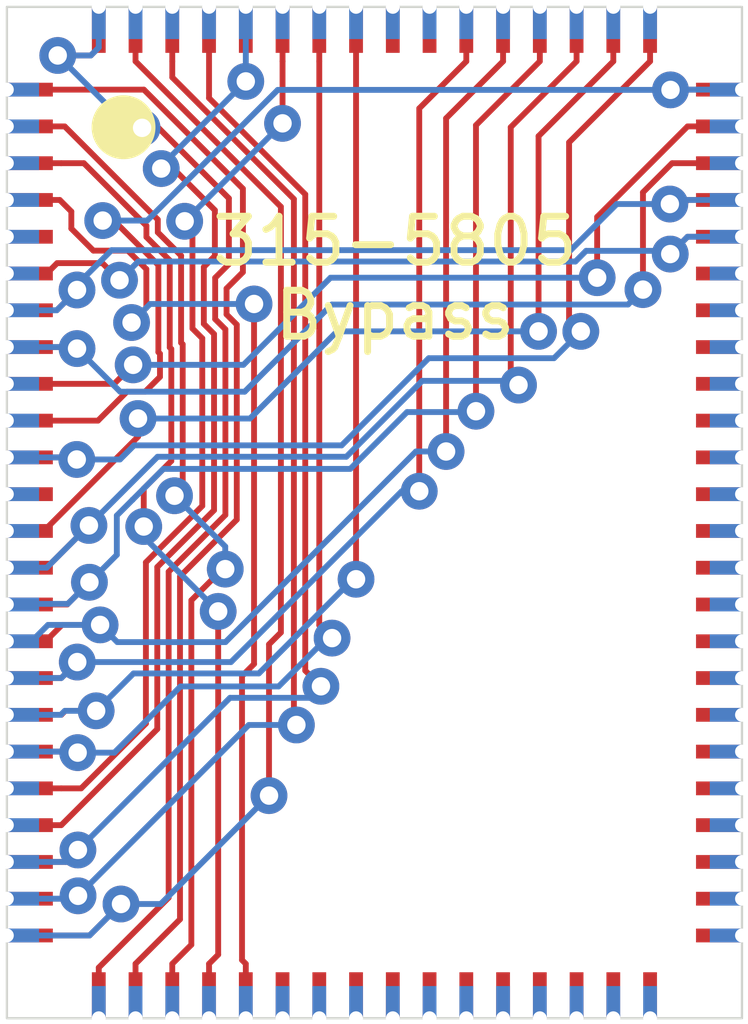
<source format=kicad_pcb>
(kicad_pcb (version 20241229) (generator "pcbnew") (generator_version "9.0")
  (layers (0 "F.Cu" signal) (2 "B.Cu" signal) (13 "F.Paste" user) (15 "B.Paste" user) (5 "F.SilkS" user "F.Silkscreen") (7 "B.SilkS" user "B.Silkscreen") (1 "F.Mask" user) (3 "B.Mask" user) (25 "Edge.Cuts" user))
  (net 0 "")
  (net 1 "VA4")
  (net 2 "VA3")
  (net 3 "VA2")
  (net 4 "VA1")
  (net 6 "VA23")
  (net 7 "VA22")
  (net 8 "VA21")
  (net 9 "VA20")
  (net 10 "VA19")
  (net 11 "VA18")
  (net 13 "VA17")
  (net 14 "VA16")
  (net 15 "VA15")
  (net 16 "VA14")
  (net 17 "VA13")
  (net 18 "VA12")
  (net 19 "VA11")
  (net 20 "VA10")
  (net 21 "VA9")
  (net 22 "VA8")
  (net 23 "VA7")
  (net 24 "VA6")
  (net 25 "VA5")
  (footprint "32XLib:315-5805" (layer "F.Cu") (at 105.0728 73.7056)
    (property "Reference" "IC1" (hide yes))
    (property "Value" "315-5805" (hide yes))
    (fp_circle (center -5.461 -8.382) (end -4.826 -8.382) (stroke (width 0.12)) (fill yes) (layer "F.SilkS"))
    (fp_rect (start -8 -11) (end 8 11) (stroke (width 0.05)) (fill no) (layer "Edge.Cuts"))
    (pad "1" thru_hole rect (at -8 -9.2 180) (size 1 0.3) (drill 0.3 (offset -0.5 0)) (property pad_prop_castellated) (layers "*.Cu" "*.Mask") (net 1 "VA4") (padstack (mode custom) (layer "B.Cu" (shape rect) (size 0.7 0.3) (offset -0.35 0))))
    (pad "2" thru_hole rect (at -8 -8.4 180) (size 1 0.3) (drill 0.3 (offset -0.5 0)) (property pad_prop_castellated) (layers "*.Cu" "*.Mask") (net 2 "VA3") (padstack (mode custom) (layer "B.Cu" (shape rect) (size 0.7 0.3) (offset -0.35 0))))
    (pad "3" thru_hole rect (at -8 -7.6 180) (size 1 0.3) (drill 0.3 (offset -0.5 0)) (property pad_prop_castellated) (layers "*.Cu" "*.Mask") (net 3 "VA2") (padstack (mode custom) (layer "B.Cu" (shape rect) (size 0.7 0.3) (offset -0.35 0))))
    (pad "4" thru_hole rect (at -8 -6.8 180) (size 1 0.3) (drill 0.3 (offset -0.5 0)) (property pad_prop_castellated) (layers "*.Cu" "*.Mask") (net 4 "VA1") (padstack (mode custom) (layer "B.Cu" (shape rect) (size 0.7 0.3) (offset -0.35 0))))
    (pad "5" thru_hole rect (at -8 -6 180) (size 1 0.3) (drill 0.3 (offset -0.5 0)) (property pad_prop_castellated) (layers "*.Cu" "*.Mask") (padstack (mode custom) (layer "B.Cu" (shape rect) (size 0.7 0.3) (offset -0.35 0))))
    (pad "6" thru_hole rect (at -8 -5.2 180) (size 1 0.3) (drill 0.3 (offset -0.5 0)) (property pad_prop_castellated) (layers "*.Cu" "*.Mask") (net 6 "VA23") (padstack (mode custom) (layer "B.Cu" (shape rect) (size 0.7 0.3) (offset -0.35 0))))
    (pad "7" thru_hole rect (at -8 -4.4 180) (size 1 0.3) (drill 0.3 (offset -0.5 0)) (property pad_prop_castellated) (layers "*.Cu" "*.Mask") (net 7 "VA22") (padstack (mode custom) (layer "B.Cu" (shape rect) (size 0.7 0.3) (offset -0.35 0))))
    (pad "8" thru_hole rect (at -8 -3.6 180) (size 1 0.3) (drill 0.3 (offset -0.5 0)) (property pad_prop_castellated) (layers "*.Cu" "*.Mask") (net 8 "VA21") (padstack (mode custom) (layer "B.Cu" (shape rect) (size 0.7 0.3) (offset -0.35 0))))
    (pad "9" thru_hole rect (at -8 -2.8 180) (size 1 0.3) (drill 0.3 (offset -0.5 0)) (property pad_prop_castellated) (layers "*.Cu" "*.Mask") (net 9 "VA20") (padstack (mode custom) (layer "B.Cu" (shape rect) (size 0.7 0.3) (offset -0.35 0))))
    (pad "10" thru_hole rect (at -8 -2 180) (size 1 0.3) (drill 0.3 (offset -0.5 0)) (property pad_prop_castellated) (layers "*.Cu" "*.Mask") (net 10 "VA19") (padstack (mode custom) (layer "B.Cu" (shape rect) (size 0.7 0.3) (offset -0.35 0))))
    (pad "11" thru_hole rect (at -8 -1.2 180) (size 1 0.3) (drill 0.3 (offset -0.5 0)) (property pad_prop_castellated) (layers "*.Cu" "*.Mask") (net 11 "VA18") (padstack (mode custom) (layer "B.Cu" (shape rect) (size 0.7 0.3) (offset -0.35 0))))
    (pad "12" thru_hole rect (at -8 -0.4 180) (size 1 0.3) (drill 0.3 (offset -0.5 0)) (property pad_prop_castellated) (layers "*.Cu" "*.Mask") (padstack (mode custom) (layer "B.Cu" (shape rect) (size 0.7 0.3) (offset -0.35 0))))
    (pad "13" thru_hole rect (at -8 0.4 180) (size 1 0.3) (drill 0.3 (offset -0.5 0)) (property pad_prop_castellated) (layers "*.Cu" "*.Mask") (net 13 "VA17") (padstack (mode custom) (layer "B.Cu" (shape rect) (size 0.7 0.3) (offset -0.35 0))))
    (pad "14" thru_hole rect (at -8 1.2 180) (size 1 0.3) (drill 0.3 (offset -0.5 0)) (property pad_prop_castellated) (layers "*.Cu" "*.Mask") (net 14 "VA16") (padstack (mode custom) (layer "B.Cu" (shape rect) (size 0.7 0.3) (offset -0.35 0))))
    (pad "15" thru_hole rect (at -8 2 180) (size 1 0.3) (drill 0.3 (offset -0.5 0)) (property pad_prop_castellated) (layers "*.Cu" "*.Mask") (net 15 "VA15") (padstack (mode custom) (layer "B.Cu" (shape rect) (size 0.7 0.3) (offset -0.35 0))))
    (pad "16" thru_hole rect (at -8 2.8 180) (size 1 0.3) (drill 0.3 (offset -0.5 0)) (property pad_prop_castellated) (layers "*.Cu" "*.Mask") (net 16 "VA14") (padstack (mode custom) (layer "B.Cu" (shape rect) (size 0.7 0.3) (offset -0.35 0))))
    (pad "17" thru_hole rect (at -8 3.6 180) (size 1 0.3) (drill 0.3 (offset -0.5 0)) (property pad_prop_castellated) (layers "*.Cu" "*.Mask") (net 17 "VA13") (padstack (mode custom) (layer "B.Cu" (shape rect) (size 0.7 0.3) (offset -0.35 0))))
    (pad "18" thru_hole rect (at -8 4.4 180) (size 1 0.3) (drill 0.3 (offset -0.5 0)) (property pad_prop_castellated) (layers "*.Cu" "*.Mask") (net 18 "VA12") (padstack (mode custom) (layer "B.Cu" (shape rect) (size 0.7 0.3) (offset -0.35 0))))
    (pad "19" thru_hole rect (at -8 5.2 180) (size 1 0.3) (drill 0.3 (offset -0.5 0)) (property pad_prop_castellated) (layers "*.Cu" "*.Mask") (net 19 "VA11") (padstack (mode custom) (layer "B.Cu" (shape rect) (size 0.7 0.3) (offset -0.35 0))))
    (pad "20" thru_hole rect (at -8 6 180) (size 1 0.3) (drill 0.3 (offset -0.5 0)) (property pad_prop_castellated) (layers "*.Cu" "*.Mask") (net 20 "VA10") (padstack (mode custom) (layer "B.Cu" (shape rect) (size 0.7 0.3) (offset -0.35 0))))
    (pad "21" thru_hole rect (at -8 6.8 180) (size 1 0.3) (drill 0.3 (offset -0.5 0)) (property pad_prop_castellated) (layers "*.Cu" "*.Mask") (net 21 "VA9") (padstack (mode custom) (layer "B.Cu" (shape rect) (size 0.7 0.3) (offset -0.35 0))))
    (pad "22" thru_hole rect (at -8 7.6 180) (size 1 0.3) (drill 0.3 (offset -0.5 0)) (property pad_prop_castellated) (layers "*.Cu" "*.Mask") (net 22 "VA8") (padstack (mode custom) (layer "B.Cu" (shape rect) (size 0.7 0.3) (offset -0.35 0))))
    (pad "23" thru_hole rect (at -8 8.4 180) (size 1 0.3) (drill 0.3 (offset -0.5 0)) (property pad_prop_castellated) (layers "*.Cu" "*.Mask") (net 23 "VA7") (padstack (mode custom) (layer "B.Cu" (shape rect) (size 0.7 0.3) (offset -0.35 0))))
    (pad "24" thru_hole rect (at -8 9.2 180) (size 1 0.3) (drill 0.3 (offset -0.5 0)) (property pad_prop_castellated) (layers "*.Cu" "*.Mask") (net 24 "VA6") (padstack (mode custom) (layer "B.Cu" (shape rect) (size 0.7 0.3) (offset -0.35 0))))
    (pad "25" thru_hole rect (at -6 11 270) (size 1 0.3) (drill 0.3 (offset -0.5 0)) (property pad_prop_castellated) (layers "*.Cu" "*.Mask") (net 25 "VA5") (padstack (mode custom) (layer "B.Cu" (shape rect) (size 0.7 0.3) (offset -0.35 0))))
    (pad "26" thru_hole rect (at -5.2 11 270) (size 1 0.3) (drill 0.3 (offset -0.5 0)) (property pad_prop_castellated) (layers "*.Cu" "*.Mask") (net 1 "VA4") (padstack (mode custom) (layer "B.Cu" (shape rect) (size 0.7 0.3) (offset -0.35 0))))
    (pad "27" thru_hole rect (at -4.4 11 270) (size 1 0.3) (drill 0.3 (offset -0.5 0)) (property pad_prop_castellated) (layers "*.Cu" "*.Mask") (net 2 "VA3") (padstack (mode custom) (layer "B.Cu" (shape rect) (size 0.7 0.3) (offset -0.35 0))))
    (pad "28" thru_hole rect (at -3.6 11 270) (size 1 0.3) (drill 0.3 (offset -0.5 0)) (property pad_prop_castellated) (layers "*.Cu" "*.Mask") (net 3 "VA2") (padstack (mode custom) (layer "B.Cu" (shape rect) (size 0.7 0.3) (offset -0.35 0))))
    (pad "29" thru_hole rect (at -2.8 11 270) (size 1 0.3) (drill 0.3 (offset -0.5 0)) (property pad_prop_castellated) (layers "*.Cu" "*.Mask") (net 4 "VA1") (padstack (mode custom) (layer "B.Cu" (shape rect) (size 0.7 0.3) (offset -0.35 0))))
    (pad "30" thru_hole rect (at -2 11 270) (size 1 0.3) (drill 0.3 (offset -0.5 0)) (property pad_prop_castellated) (layers "*.Cu" "*.Mask") (padstack (mode custom) (layer "B.Cu" (shape rect) (size 0.7 0.3) (offset -0.35 0))))
    (pad "31" thru_hole rect (at -1.2 11 270) (size 1 0.3) (drill 0.3 (offset -0.5 0)) (property pad_prop_castellated) (layers "*.Cu" "*.Mask") (padstack (mode custom) (layer "B.Cu" (shape rect) (size 0.7 0.3) (offset -0.35 0))))
    (pad "32" thru_hole rect (at -0.4 11 270) (size 1 0.3) (drill 0.3 (offset -0.5 0)) (property pad_prop_castellated) (layers "*.Cu" "*.Mask") (padstack (mode custom) (layer "B.Cu" (shape rect) (size 0.7 0.3) (offset -0.35 0))))
    (pad "33" thru_hole rect (at 0.4 11 270) (size 1 0.3) (drill 0.3 (offset -0.5 0)) (property pad_prop_castellated) (layers "*.Cu" "*.Mask") (padstack (mode custom) (layer "B.Cu" (shape rect) (size 0.7 0.3) (offset -0.35 0))))
    (pad "34" thru_hole rect (at 1.2 11 270) (size 1 0.3) (drill 0.3 (offset -0.5 0)) (property pad_prop_castellated) (layers "*.Cu" "*.Mask") (padstack (mode custom) (layer "B.Cu" (shape rect) (size 0.7 0.3) (offset -0.35 0))))
    (pad "35" thru_hole rect (at 2 11 270) (size 1 0.3) (drill 0.3 (offset -0.5 0)) (property pad_prop_castellated) (layers "*.Cu" "*.Mask") (padstack (mode custom) (layer "B.Cu" (shape rect) (size 0.7 0.3) (offset -0.35 0))))
    (pad "36" thru_hole rect (at 2.8 11 270) (size 1 0.3) (drill 0.3 (offset -0.5 0)) (property pad_prop_castellated) (layers "*.Cu" "*.Mask") (padstack (mode custom) (layer "B.Cu" (shape rect) (size 0.7 0.3) (offset -0.35 0))))
    (pad "37" thru_hole rect (at 3.6 11 270) (size 1 0.3) (drill 0.3 (offset -0.5 0)) (property pad_prop_castellated) (layers "*.Cu" "*.Mask") (padstack (mode custom) (layer "B.Cu" (shape rect) (size 0.7 0.3) (offset -0.35 0))))
    (pad "38" thru_hole rect (at 4.4 11 270) (size 1 0.3) (drill 0.3 (offset -0.5 0)) (property pad_prop_castellated) (layers "*.Cu" "*.Mask") (padstack (mode custom) (layer "B.Cu" (shape rect) (size 0.7 0.3) (offset -0.35 0))))
    (pad "39" thru_hole rect (at 5.2 11 270) (size 1 0.3) (drill 0.3 (offset -0.5 0)) (property pad_prop_castellated) (layers "*.Cu" "*.Mask") (padstack (mode custom) (layer "B.Cu" (shape rect) (size 0.7 0.3) (offset -0.35 0))))
    (pad "40" thru_hole rect (at 6 11 270) (size 1 0.3) (drill 0.3 (offset -0.5 0)) (property pad_prop_castellated) (layers "*.Cu" "*.Mask") (padstack (mode custom) (layer "B.Cu" (shape rect) (size 0.7 0.3) (offset -0.35 0))))
    (pad "41" thru_hole rect (at 8 9.2) (size 1 0.3) (drill 0.3 (offset -0.5 0)) (property pad_prop_castellated) (layers "*.Cu" "*.Mask") (padstack (mode custom) (layer "B.Cu" (shape rect) (size 0.7 0.3) (offset -0.35 0))))
    (pad "42" thru_hole rect (at 8 8.4) (size 1 0.3) (drill 0.3 (offset -0.5 0)) (property pad_prop_castellated) (layers "*.Cu" "*.Mask") (padstack (mode custom) (layer "B.Cu" (shape rect) (size 0.7 0.3) (offset -0.35 0))))
    (pad "43" thru_hole rect (at 8 7.6) (size 1 0.3) (drill 0.3 (offset -0.5 0)) (property pad_prop_castellated) (layers "*.Cu" "*.Mask") (padstack (mode custom) (layer "B.Cu" (shape rect) (size 0.7 0.3) (offset -0.35 0))))
    (pad "44" thru_hole rect (at 8 6.8) (size 1 0.3) (drill 0.3 (offset -0.5 0)) (property pad_prop_castellated) (layers "*.Cu" "*.Mask") (padstack (mode custom) (layer "B.Cu" (shape rect) (size 0.7 0.3) (offset -0.35 0))))
    (pad "45" thru_hole rect (at 8 6) (size 1 0.3) (drill 0.3 (offset -0.5 0)) (property pad_prop_castellated) (layers "*.Cu" "*.Mask") (padstack (mode custom) (layer "B.Cu" (shape rect) (size 0.7 0.3) (offset -0.35 0))))
    (pad "46" thru_hole rect (at 8 5.2) (size 1 0.3) (drill 0.3 (offset -0.5 0)) (property pad_prop_castellated) (layers "*.Cu" "*.Mask") (padstack (mode custom) (layer "B.Cu" (shape rect) (size 0.7 0.3) (offset -0.35 0))))
    (pad "47" thru_hole rect (at 8 4.4) (size 1 0.3) (drill 0.3 (offset -0.5 0)) (property pad_prop_castellated) (layers "*.Cu" "*.Mask") (padstack (mode custom) (layer "B.Cu" (shape rect) (size 0.7 0.3) (offset -0.35 0))))
    (pad "48" thru_hole rect (at 8 3.6) (size 1 0.3) (drill 0.3 (offset -0.5 0)) (property pad_prop_castellated) (layers "*.Cu" "*.Mask") (padstack (mode custom) (layer "B.Cu" (shape rect) (size 0.7 0.3) (offset -0.35 0))))
    (pad "49" thru_hole rect (at 8 2.8) (size 1 0.3) (drill 0.3 (offset -0.5 0)) (property pad_prop_castellated) (layers "*.Cu" "*.Mask") (padstack (mode custom) (layer "B.Cu" (shape rect) (size 0.7 0.3) (offset -0.35 0))))
    (pad "50" thru_hole rect (at 8 2) (size 1 0.3) (drill 0.3 (offset -0.5 0)) (property pad_prop_castellated) (layers "*.Cu" "*.Mask") (padstack (mode custom) (layer "B.Cu" (shape rect) (size 0.7 0.3) (offset -0.35 0))))
    (pad "51" thru_hole rect (at 8 1.2) (size 1 0.3) (drill 0.3 (offset -0.5 0)) (property pad_prop_castellated) (layers "*.Cu" "*.Mask") (padstack (mode custom) (layer "B.Cu" (shape rect) (size 0.7 0.3) (offset -0.35 0))))
    (pad "52" thru_hole rect (at 8 0.4) (size 1 0.3) (drill 0.3 (offset -0.5 0)) (property pad_prop_castellated) (layers "*.Cu" "*.Mask") (padstack (mode custom) (layer "B.Cu" (shape rect) (size 0.7 0.3) (offset -0.35 0))))
    (pad "53" thru_hole rect (at 8 -0.4) (size 1 0.3) (drill 0.3 (offset -0.5 0)) (property pad_prop_castellated) (layers "*.Cu" "*.Mask") (padstack (mode custom) (layer "B.Cu" (shape rect) (size 0.7 0.3) (offset -0.35 0))))
    (pad "54" thru_hole rect (at 8 -1.2) (size 1 0.3) (drill 0.3 (offset -0.5 0)) (property pad_prop_castellated) (layers "*.Cu" "*.Mask") (padstack (mode custom) (layer "B.Cu" (shape rect) (size 0.7 0.3) (offset -0.35 0))))
    (pad "55" thru_hole rect (at 8 -2) (size 1 0.3) (drill 0.3 (offset -0.5 0)) (property pad_prop_castellated) (layers "*.Cu" "*.Mask") (padstack (mode custom) (layer "B.Cu" (shape rect) (size 0.7 0.3) (offset -0.35 0))))
    (pad "56" thru_hole rect (at 8 -2.8) (size 1 0.3) (drill 0.3 (offset -0.5 0)) (property pad_prop_castellated) (layers "*.Cu" "*.Mask") (padstack (mode custom) (layer "B.Cu" (shape rect) (size 0.7 0.3) (offset -0.35 0))))
    (pad "57" thru_hole rect (at 8 -3.6) (size 1 0.3) (drill 0.3 (offset -0.5 0)) (property pad_prop_castellated) (layers "*.Cu" "*.Mask") (padstack (mode custom) (layer "B.Cu" (shape rect) (size 0.7 0.3) (offset -0.35 0))))
    (pad "58" thru_hole rect (at 8 -4.4) (size 1 0.3) (drill 0.3 (offset -0.5 0)) (property pad_prop_castellated) (layers "*.Cu" "*.Mask") (padstack (mode custom) (layer "B.Cu" (shape rect) (size 0.7 0.3) (offset -0.35 0))))
    (pad "59" thru_hole rect (at 8 -5.2) (size 1 0.3) (drill 0.3 (offset -0.5 0)) (property pad_prop_castellated) (layers "*.Cu" "*.Mask") (padstack (mode custom) (layer "B.Cu" (shape rect) (size 0.7 0.3) (offset -0.35 0))))
    (pad "60" thru_hole rect (at 8 -6) (size 1 0.3) (drill 0.3 (offset -0.5 0)) (property pad_prop_castellated) (layers "*.Cu" "*.Mask") (net 6 "VA23") (padstack (mode custom) (layer "B.Cu" (shape rect) (size 0.7 0.3) (offset -0.35 0))))
    (pad "61" thru_hole rect (at 8 -6.8) (size 1 0.3) (drill 0.3 (offset -0.5 0)) (property pad_prop_castellated) (layers "*.Cu" "*.Mask") (net 7 "VA22") (padstack (mode custom) (layer "B.Cu" (shape rect) (size 0.7 0.3) (offset -0.35 0))))
    (pad "62" thru_hole rect (at 8 -7.6) (size 1 0.3) (drill 0.3 (offset -0.5 0)) (property pad_prop_castellated) (layers "*.Cu" "*.Mask") (net 8 "VA21") (padstack (mode custom) (layer "B.Cu" (shape rect) (size 0.7 0.3) (offset -0.35 0))))
    (pad "63" thru_hole rect (at 8 -8.4) (size 1 0.3) (drill 0.3 (offset -0.5 0)) (property pad_prop_castellated) (layers "*.Cu" "*.Mask") (net 9 "VA20") (padstack (mode custom) (layer "B.Cu" (shape rect) (size 0.7 0.3) (offset -0.35 0))))
    (pad "64" thru_hole rect (at 8 -9.2) (size 1 0.3) (drill 0.3 (offset -0.5 0)) (property pad_prop_castellated) (layers "*.Cu" "*.Mask") (net 10 "VA19") (padstack (mode custom) (layer "B.Cu" (shape rect) (size 0.7 0.3) (offset -0.35 0))))
    (pad "65" thru_hole rect (at 6 -11 90) (size 1 0.3) (drill 0.3 (offset -0.5 0)) (property pad_prop_castellated) (layers "*.Cu" "*.Mask") (net 11 "VA18") (padstack (mode custom) (layer "B.Cu" (shape rect) (size 0.7 0.3) (offset -0.35 0))))
    (pad "66" thru_hole rect (at 5.2 -11 90) (size 1 0.3) (drill 0.3 (offset -0.5 0)) (property pad_prop_castellated) (layers "*.Cu" "*.Mask") (net 13 "VA17") (padstack (mode custom) (layer "B.Cu" (shape rect) (size 0.7 0.3) (offset -0.35 0))))
    (pad "67" thru_hole rect (at 4.4 -11 90) (size 1 0.3) (drill 0.3 (offset -0.5 0)) (property pad_prop_castellated) (layers "*.Cu" "*.Mask") (net 14 "VA16") (padstack (mode custom) (layer "B.Cu" (shape rect) (size 0.7 0.3) (offset -0.35 0))))
    (pad "68" thru_hole rect (at 3.6 -11 90) (size 1 0.3) (drill 0.3 (offset -0.5 0)) (property pad_prop_castellated) (layers "*.Cu" "*.Mask") (net 15 "VA15") (padstack (mode custom) (layer "B.Cu" (shape rect) (size 0.7 0.3) (offset -0.35 0))))
    (pad "69" thru_hole rect (at 2.8 -11 90) (size 1 0.3) (drill 0.3 (offset -0.5 0)) (property pad_prop_castellated) (layers "*.Cu" "*.Mask") (net 16 "VA14") (padstack (mode custom) (layer "B.Cu" (shape rect) (size 0.7 0.3) (offset -0.35 0))))
    (pad "70" thru_hole rect (at 2 -11 90) (size 1 0.3) (drill 0.3 (offset -0.5 0)) (property pad_prop_castellated) (layers "*.Cu" "*.Mask") (net 17 "VA13") (padstack (mode custom) (layer "B.Cu" (shape rect) (size 0.7 0.3) (offset -0.35 0))))
    (pad "71" thru_hole rect (at 1.2 -11 90) (size 1 0.3) (drill 0.3 (offset -0.5 0)) (property pad_prop_castellated) (layers "*.Cu" "*.Mask") (padstack (mode custom) (layer "B.Cu" (shape rect) (size 0.7 0.3) (offset -0.35 0))))
    (pad "72" thru_hole rect (at 0.4 -11 90) (size 1 0.3) (drill 0.3 (offset -0.5 0)) (property pad_prop_castellated) (layers "*.Cu" "*.Mask") (padstack (mode custom) (layer "B.Cu" (shape rect) (size 0.7 0.3) (offset -0.35 0))))
    (pad "73" thru_hole rect (at -0.4 -11 90) (size 1 0.3) (drill 0.3 (offset -0.5 0)) (property pad_prop_castellated) (layers "*.Cu" "*.Mask") (net 18 "VA12") (padstack (mode custom) (layer "B.Cu" (shape rect) (size 0.7 0.3) (offset -0.35 0))))
    (pad "74" thru_hole rect (at -1.2 -11 90) (size 1 0.3) (drill 0.3 (offset -0.5 0)) (property pad_prop_castellated) (layers "*.Cu" "*.Mask") (net 19 "VA11") (padstack (mode custom) (layer "B.Cu" (shape rect) (size 0.7 0.3) (offset -0.35 0))))
    (pad "75" thru_hole rect (at -2 -11 90) (size 1 0.3) (drill 0.3 (offset -0.5 0)) (property pad_prop_castellated) (layers "*.Cu" "*.Mask") (net 20 "VA10") (padstack (mode custom) (layer "B.Cu" (shape rect) (size 0.7 0.3) (offset -0.35 0))))
    (pad "76" thru_hole rect (at -2.8 -11 90) (size 1 0.3) (drill 0.3 (offset -0.5 0)) (property pad_prop_castellated) (layers "*.Cu" "*.Mask") (net 21 "VA9") (padstack (mode custom) (layer "B.Cu" (shape rect) (size 0.7 0.3) (offset -0.35 0))))
    (pad "77" thru_hole rect (at -3.6 -11 90) (size 1 0.3) (drill 0.3 (offset -0.5 0)) (property pad_prop_castellated) (layers "*.Cu" "*.Mask") (net 22 "VA8") (padstack (mode custom) (layer "B.Cu" (shape rect) (size 0.7 0.3) (offset -0.35 0))))
    (pad "78" thru_hole rect (at -4.4 -11 90) (size 1 0.3) (drill 0.3 (offset -0.5 0)) (property pad_prop_castellated) (layers "*.Cu" "*.Mask") (net 23 "VA7") (padstack (mode custom) (layer "B.Cu" (shape rect) (size 0.7 0.3) (offset -0.35 0))))
    (pad "79" thru_hole rect (at -5.2 -11 90) (size 1 0.3) (drill 0.3 (offset -0.5 0)) (property pad_prop_castellated) (layers "*.Cu" "*.Mask") (net 24 "VA6") (padstack (mode custom) (layer "B.Cu" (shape rect) (size 0.7 0.3) (offset -0.35 0))))
    (pad "80" thru_hole rect (at -6 -11 90) (size 1 0.3) (drill 0.3 (offset -0.5 0)) (property pad_prop_castellated) (layers "*.Cu" "*.Mask") (net 25 "VA5") (padstack (mode custom) (layer "B.Cu" (shape rect) (size 0.7 0.3) (offset -0.35 0))))
  )
  (gr_text "315-5805\nBypass" (at 105.52 68.61 0) (layer "F.SilkS") (effects (font (size 1 1))))
  (segment (start 101.8539 68.8317) (end 101.8539 69.3951) (width 0.127) (layer "F.Cu") (net 1))
  (segment (start 99.8728 83.5218) (end 99.8728 84.2056) (width 0.127) (layer "F.Cu") (net 1))
  (segment (start 100.8408 82.5538) (end 99.8728 83.5218) (width 0.127) (layer "F.Cu") (net 1))
  (segment (start 97.5728 64.5056) (end 100.0547 64.5056) (width 0.127) (layer "F.Cu") (net 1))
  (segment (start 102.0765 69.6177) (end 102.0765 73.8594) (width 0.127) (layer "F.Cu") (net 1))
  (segment (start 102.0765 73.8594) (end 100.8408 75.0951) (width 0.127) (layer "F.Cu") (net 1))
  (segment (start 102.2096 66.6605) (end 102.2096 68.476) (width 0.127) (layer "F.Cu") (net 1))
  (segment (start 100.8408 75.0951) (end 100.8408 82.5538) (width 0.127) (layer "F.Cu") (net 1))
  (segment (start 101.8539 69.3951) (end 102.0765 69.6177) (width 0.127) (layer "F.Cu") (net 1))
  (segment (start 100.0547 64.5056) (end 102.2096 66.6605) (width 0.127) (layer "F.Cu") (net 1))
  (segment (start 102.2096 68.476) (end 101.8539 68.8317) (width 0.127) (layer "F.Cu") (net 1))
  (segment (start 101.7668 74.9357) (end 101.0881 75.6144) (width 0.127) (layer "F.Cu") (net 2))
  (segment (start 101.8257 74.9357) (end 101.7668 74.9357) (width 0.127) (layer "F.Cu") (net 2))
  (segment (start 100.3571 67.3315) (end 100.3571 67.6095) (width 0.127) (layer "F.Cu") (net 2))
  (segment (start 100.8647 68.1171) (end 100.8647 70.0109) (width 0.127) (layer "F.Cu") (net 2))
  (segment (start 100.8995 70.0457) (end 100.8995 73.1614) (width 0.127) (layer "F.Cu") (net 2))
  (segment (start 98.2566 65.3056) (end 98.3312 65.3056) (width 0.127) (layer "F.Cu") (net 2))
  (segment (start 97.5728 65.3056) (end 98.2566 65.3056) (width 0.127) (layer "F.Cu") (net 2))
  (segment (start 100.3571 67.6095) (end 100.8647 68.1171) (width 0.127) (layer "F.Cu") (net 2))
  (segment (start 100.8995 73.1614) (end 100.7213 73.3396) (width 0.127) (layer "F.Cu") (net 2))
  (segment (start 100.6728 84.2056) (end 100.6728 83.5218) (width 0.127) (layer "F.Cu") (net 2))
  (segment (start 100.8647 70.0109) (end 100.8995 70.0457) (width 0.127) (layer "F.Cu") (net 2))
  (segment (start 101.0881 75.6144) (end 101.0881 83.1065) (width 0.127) (layer "F.Cu") (net 2))
  (segment (start 98.3312 65.3056) (end 100.3571 67.3315) (width 0.127) (layer "F.Cu") (net 2))
  (segment (start 101.0881 83.1065) (end 100.6728 83.5218) (width 0.127) (layer "F.Cu") (net 2))
  (via (at 100.7213 73.3396) (size 0.8) (drill 0.4) (layers "F.Cu" "B.Cu") (net 2))
  (via (at 101.8257 74.9357) (size 0.8) (drill 0.4) (layers "F.Cu" "B.Cu") (net 2))
  (segment (start 101.8257 74.444) (end 100.7213 73.3396) (width 0.127) (layer "B.Cu") (net 2))
  (segment (start 101.8257 74.9357) (end 101.8257 74.444) (width 0.127) (layer "B.Cu") (net 2))
  (segment (start 100.6174 68.2195) (end 100.6174 70.1133) (width 0.127) (layer "F.Cu") (net 3))
  (segment (start 100.1098 67.7119) (end 100.6174 68.2195) (width 0.127) (layer "F.Cu") (net 3))
  (segment (start 98.7482 66.1056) (end 100.1098 67.4672) (width 0.127) (layer "F.Cu") (net 3))
  (segment (start 101.4728 84.2056) (end 101.4728 83.5218) (width 0.127) (layer "F.Cu") (net 3))
  (segment (start 101.6719 83.3227) (end 101.6719 75.8561) (width 0.127) (layer "F.Cu") (net 3))
  (segment (start 98.2566 66.1056) (end 98.7482 66.1056) (width 0.127) (layer "F.Cu") (net 3))
  (segment (start 100.0515 73.1839) (end 100.0515 74.0095) (width 0.127) (layer "F.Cu") (net 3))
  (segment (start 97.5728 66.1056) (end 98.2566 66.1056) (width 0.127) (layer "F.Cu") (net 3))
  (segment (start 100.6522 70.1481) (end 100.6522 72.5832) (width 0.127) (layer "F.Cu") (net 3))
  (segment (start 100.6174 70.1133) (end 100.6522 70.1481) (width 0.127) (layer "F.Cu") (net 3))
  (segment (start 100.6522 72.5832) (end 100.0515 73.1839) (width 0.127) (layer "F.Cu") (net 3))
  (segment (start 101.4728 83.5218) (end 101.6719 83.3227) (width 0.127) (layer "F.Cu") (net 3))
  (segment (start 100.1098 67.4672) (end 100.1098 67.7119) (width 0.127) (layer "F.Cu") (net 3))
  (via (at 101.6719 75.8561) (size 0.8) (drill 0.4) (layers "F.Cu" "B.Cu") (net 3))
  (via (at 100.0515 74.0095) (size 0.8) (drill 0.4) (layers "F.Cu" "B.Cu") (net 3))
  (segment (start 100.0515 74.2357) (end 100.0515 74.0095) (width 0.127) (layer "B.Cu") (net 3))
  (segment (start 101.6719 75.8561) (end 100.0515 74.2357) (width 0.127) (layer "B.Cu") (net 3))
  (segment (start 98.4758 67.528) (end 98.9554 68.0076) (width 0.127) (layer "F.Cu") (net 4))
  (segment (start 99.7061 68.0076) (end 100.1082 68.4097) (width 0.127) (layer "F.Cu") (net 4))
  (segment (start 100.1082 69.2499) (end 99.7862 69.5719) (width 0.127) (layer "F.Cu") (net 4))
  (segment (start 102.1907 83.4397) (end 102.1907 77.2618) (width 0.127) (layer "F.Cu") (net 4))
  (segment (start 100.1082 68.4097) (end 100.1082 69.2499) (width 0.127) (layer "F.Cu") (net 4))
  (segment (start 98.9554 68.0076) (end 99.7061 68.0076) (width 0.127) (layer "F.Cu") (net 4))
  (segment (start 102.4524 77.0001) (end 102.4524 69.1681) (width 0.127) (layer "F.Cu") (net 4))
  (segment (start 98.2238 66.9056) (end 98.4758 67.1576) (width 0.127) (layer "F.Cu") (net 4))
  (segment (start 102.2728 84.2056) (end 102.2728 83.5218) (width 0.127) (layer "F.Cu") (net 4))
  (segment (start 98.4758 67.1576) (end 98.4758 67.528) (width 0.127) (layer "F.Cu") (net 4))
  (segment (start 102.2728 83.5218) (end 102.1907 83.4397) (width 0.127) (layer "F.Cu") (net 4))
  (segment (start 97.5728 66.9056) (end 98.2238 66.9056) (width 0.127) (layer "F.Cu") (net 4))
  (segment (start 102.1907 77.2618) (end 102.4524 77.0001) (width 0.127) (layer "F.Cu") (net 4))
  (via (at 102.4524 69.1681) (size 0.8) (drill 0.4) (layers "F.Cu" "B.Cu") (net 4))
  (via (at 99.7862 69.5719) (size 0.8) (drill 0.4) (layers "F.Cu" "B.Cu") (net 4))
  (segment (start 102.4524 69.1681) (end 100.19 69.1681) (width 0.127) (layer "B.Cu") (net 4))
  (segment (start 100.19 69.1681) (end 99.7862 69.5719) (width 0.127) (layer "B.Cu") (net 4))
  (segment (start 97.5728 68.5056) (end 97.9406 68.5056) (width 0.127) (layer "F.Cu") (net 6))
  (segment (start 99.1526 68.2797) (end 99.5244 68.6515) (width 0.127) (layer "F.Cu") (net 6))
  (segment (start 112.5728 67.7056) (end 111.8885 67.7056) (width 0.127) (layer "F.Cu") (net 6))
  (segment (start 97.9406 68.5056) (end 98.1665 68.2797) (width 0.127) (layer "F.Cu") (net 6))
  (segment (start 111.8885 67.7056) (end 111.5117 68.0824) (width 0.127) (layer "F.Cu") (net 6))
  (segment (start 98.1665 68.2797) (end 99.1526 68.2797) (width 0.127) (layer "F.Cu") (net 6))
  (via (at 111.5117 68.0824) (size 0.8) (drill 0.4) (layers "F.Cu" "B.Cu") (net 6))
  (via (at 99.5244 68.6515) (size 0.8) (drill 0.4) (layers "F.Cu" "B.Cu") (net 6))
  (segment (start 111.4418 68.0125) (end 109.6795 68.0125) (width 0.127) (layer "B.Cu") (net 6))
  (segment (start 109.4474 68.2446) (end 99.9313 68.2446) (width 0.127) (layer "B.Cu") (net 6))
  (segment (start 111.5117 68.0824) (end 111.4418 68.0125) (width 0.127) (layer "B.Cu") (net 6))
  (segment (start 113.0728 67.7056) (end 111.8885 67.7056) (width 0.127) (layer "B.Cu") (net 6))
  (segment (start 111.8885 67.7056) (end 111.5117 68.0824) (width 0.127) (layer "B.Cu") (net 6))
  (segment (start 99.9313 68.2446) (end 99.5244 68.6515) (width 0.127) (layer "B.Cu") (net 6))
  (segment (start 109.6795 68.0125) (end 109.4474 68.2446) (width 0.127) (layer "B.Cu") (net 6))
  (segment (start 97.0728 69.3056) (end 98.1574 69.3056) (width 0.127) (layer "F.Cu") (net 7))
  (segment (start 98.1574 69.3056) (end 98.5994 68.8636) (width 0.127) (layer "F.Cu") (net 7))
  (segment (start 111.8006 66.994) (end 111.5031 66.994) (width 0.127) (layer "F.Cu") (net 7))
  (segment (start 97.5728 69.3056) (end 97.0728 69.3056) (width 0.127) (layer "F.Cu") (net 7))
  (segment (start 112.5728 66.9056) (end 111.889 66.9056) (width 0.127) (layer "F.Cu") (net 7))
  (segment (start 111.889 66.9056) (end 111.8006 66.994) (width 0.127) (layer "F.Cu") (net 7))
  (via (at 98.5994 68.8636) (size 0.8) (drill 0.4) (layers "F.Cu" "B.Cu") (net 7))
  (via (at 111.5031 66.994) (size 0.8) (drill 0.4) (layers "F.Cu" "B.Cu") (net 7))
  (segment (start 111.5915 66.9056) (end 111.5031 66.994) (width 0.127) (layer "B.Cu") (net 7))
  (segment (start 98.5994 68.7498) (end 98.5994 68.8636) (width 0.127) (layer "B.Cu") (net 7))
  (segment (start 113.0728 66.9056) (end 111.5915 66.9056) (width 0.127) (layer "B.Cu") (net 7))
  (segment (start 99.3519 67.9973) (end 98.5994 68.7498) (width 0.127) (layer "B.Cu") (net 7))
  (segment (start 98.1574 69.3056) (end 97.0728 69.3056) (width 0.127) (layer "B.Cu") (net 7))
  (segment (start 110.3483 66.994) (end 109.345 67.9973) (width 0.127) (layer "B.Cu") (net 7))
  (segment (start 98.5994 68.8636) (end 98.1574 69.3056) (width 0.127) (layer "B.Cu") (net 7))
  (segment (start 111.5031 66.994) (end 110.3483 66.994) (width 0.127) (layer "B.Cu") (net 7))
  (segment (start 109.345 67.9973) (end 99.3519 67.9973) (width 0.127) (layer "B.Cu") (net 7))
  (segment (start 98.567 70.1056) (end 98.5998 70.1384) (width 0.127) (layer "F.Cu") (net 8))
  (segment (start 111.5519 66.1056) (end 112.5728 66.1056) (width 0.127) (layer "F.Cu") (net 8))
  (segment (start 97.5728 70.1056) (end 98.567 70.1056) (width 0.127) (layer "F.Cu") (net 8))
  (segment (start 110.918 66.7395) (end 111.5519 66.1056) (width 0.127) (layer "F.Cu") (net 8))
  (segment (start 110.918 68.8554) (end 110.918 66.7395) (width 0.127) (layer "F.Cu") (net 8))
  (via (at 110.918 68.8554) (size 0.8) (drill 0.4) (layers "F.Cu" "B.Cu") (net 8))
  (via (at 98.5998 70.1384) (size 0.8) (drill 0.4) (layers "F.Cu" "B.Cu") (net 8))
  (segment (start 110.918 68.8554) (end 110.5932 69.1802) (width 0.127) (layer "B.Cu") (net 8))
  (segment (start 110.5932 69.1802) (end 104.1446 69.1802) (width 0.127) (layer "B.Cu") (net 8))
  (segment (start 98.567 70.1056) (end 97.0728 70.1056) (width 0.127) (layer "B.Cu") (net 8))
  (segment (start 104.1446 69.1802) (end 102.2486 71.0762) (width 0.127) (layer "B.Cu") (net 8))
  (segment (start 99.5376 71.0762) (end 98.5998 70.1384) (width 0.127) (layer "B.Cu") (net 8))
  (segment (start 102.2486 71.0762) (end 99.5376 71.0762) (width 0.127) (layer "B.Cu") (net 8))
  (segment (start 98.5998 70.1384) (end 98.567 70.1056) (width 0.127) (layer "B.Cu") (net 8))
  (segment (start 99.4078 70.9056) (end 99.8211 70.4923) (width 0.127) (layer "F.Cu") (net 9))
  (segment (start 109.9212 67.2734) (end 109.9212 68.5963) (width 0.127) (layer "F.Cu") (net 9))
  (segment (start 97.5728 70.9056) (end 99.4078 70.9056) (width 0.127) (layer "F.Cu") (net 9))
  (segment (start 112.5728 65.3056) (end 111.889 65.3056) (width 0.127) (layer "F.Cu") (net 9))
  (segment (start 111.889 65.3056) (end 109.9212 67.2734) (width 0.127) (layer "F.Cu") (net 9))
  (via (at 109.9212 68.5963) (size 0.8) (drill 0.4) (layers "F.Cu" "B.Cu") (net 9))
  (via (at 99.8211 70.4923) (size 0.8) (drill 0.4) (layers "F.Cu" "B.Cu") (net 9))
  (segment (start 102.2212 70.4923) (end 99.8211 70.4923) (width 0.127) (layer "B.Cu") (net 9))
  (segment (start 109.9212 68.5963) (end 104.1172 68.5963) (width 0.127) (layer "B.Cu") (net 9))
  (segment (start 104.1172 68.5963) (end 102.2212 70.4923) (width 0.127) (layer "B.Cu") (net 9))
  (segment (start 100.4049 70.7534) (end 100.0821 71.0762) (width 0.127) (layer "F.Cu") (net 10))
  (segment (start 111.8837 64.5109) (end 111.5175 64.5109) (width 0.127) (layer "F.Cu") (net 10))
  (segment (start 99.056 71.7056) (end 98.2566 71.7056) (width 0.127) (layer "F.Cu") (net 10))
  (segment (start 99.4019 67.3537) (end 100.3701 68.3219) (width 0.127) (layer "F.Cu") (net 10))
  (segment (start 100.4049 70.2505) (end 100.4049 70.7534) (width 0.127) (layer "F.Cu") (net 10))
  (segment (start 112.5728 64.5056) (end 111.889 64.5056) (width 0.127) (layer "F.Cu") (net 10))
  (segment (start 97.5728 71.7056) (end 98.2566 71.7056) (width 0.127) (layer "F.Cu") (net 10))
  (segment (start 100.3701 68.3219) (end 100.3701 70.2157) (width 0.127) (layer "F.Cu") (net 10))
  (segment (start 100.0821 71.0762) (end 99.6854 71.0762) (width 0.127) (layer "F.Cu") (net 10))
  (segment (start 99.1582 67.3537) (end 99.4019 67.3537) (width 0.127) (layer "F.Cu") (net 10))
  (segment (start 99.6854 71.0762) (end 99.056 71.7056) (width 0.127) (layer "F.Cu") (net 10))
  (segment (start 111.889 64.5056) (end 111.8837 64.5109) (width 0.127) (layer "F.Cu") (net 10))
  (segment (start 100.3701 70.2157) (end 100.4049 70.2505) (width 0.127) (layer "F.Cu") (net 10))
  (via (at 99.1582 67.3537) (size 0.8) (drill 0.4) (layers "F.Cu" "B.Cu") (net 10))
  (via (at 111.5175 64.5109) (size 0.8) (drill 0.4) (layers "F.Cu" "B.Cu") (net 10))
  (segment (start 100.1261 67.3537) (end 102.9689 64.5109) (width 0.127) (layer "B.Cu") (net 10))
  (segment (start 113.0728 64.5056) (end 111.5228 64.5056) (width 0.127) (layer "B.Cu") (net 10))
  (segment (start 111.5228 64.5056) (end 111.5175 64.5109) (width 0.127) (layer "B.Cu") (net 10))
  (segment (start 99.1582 67.3537) (end 100.1261 67.3537) (width 0.127) (layer "B.Cu") (net 10))
  (segment (start 102.9689 64.5109) (end 111.5175 64.5109) (width 0.127) (layer "B.Cu") (net 10))
  (segment (start 109.3098 65.6524) (end 109.3098 69.5082) (width 0.127) (layer "F.Cu") (net 11))
  (segment (start 98.3016 72.5506) (end 98.2566 72.5056) (width 0.127) (layer "F.Cu") (net 11))
  (segment (start 111.0728 63.2056) (end 111.0728 63.8894) (width 0.127) (layer "F.Cu") (net 11))
  (segment (start 109.3098 69.5082) (end 109.5656 69.764) (width 0.127) (layer "F.Cu") (net 11))
  (segment (start 97.5728 72.5056) (end 98.2566 72.5056) (width 0.127) (layer "F.Cu") (net 11))
  (segment (start 111.0728 63.8894) (end 109.3098 65.6524) (width 0.127) (layer "F.Cu") (net 11))
  (segment (start 98.5939 72.5506) (end 98.3016 72.5506) (width 0.127) (layer "F.Cu") (net 11))
  (via (at 98.5939 72.5506) (size 0.8) (drill 0.4) (layers "F.Cu" "B.Cu") (net 11))
  (via (at 109.5656 69.764) (size 0.8) (drill 0.4) (layers "F.Cu" "B.Cu") (net 11))
  (segment (start 109.5656 69.764) (end 108.9818 70.3478) (width 0.127) (layer "B.Cu") (net 11))
  (segment (start 104.3589 72.2439) (end 99.8411 72.2439) (width 0.127) (layer "B.Cu") (net 11))
  (segment (start 99.8411 72.2439) (end 99.5344 72.5506) (width 0.127) (layer "B.Cu") (net 11))
  (segment (start 98.5489 72.5056) (end 98.5939 72.5506) (width 0.127) (layer "B.Cu") (net 11))
  (segment (start 108.9818 70.3478) (end 106.255 70.3478) (width 0.127) (layer "B.Cu") (net 11))
  (segment (start 106.255 70.3478) (end 104.3589 72.2439) (width 0.127) (layer "B.Cu") (net 11))
  (segment (start 99.5344 72.5506) (end 98.5939 72.5506) (width 0.127) (layer "B.Cu") (net 11))
  (segment (start 97.0728 72.5056) (end 98.5489 72.5056) (width 0.127) (layer "B.Cu") (net 11))
  (segment (start 97.5728 74.1056) (end 97.8778 74.1056) (width 0.127) (layer "F.Cu") (net 13))
  (segment (start 110.2728 63.8894) (end 108.6452 65.517) (width 0.127) (layer "F.Cu") (net 13))
  (segment (start 110.2728 63.2056) (end 110.2728 63.8894) (width 0.127) (layer "F.Cu") (net 13))
  (segment (start 97.8778 74.1056) (end 99.9271 72.0563) (width 0.127) (layer "F.Cu") (net 13))
  (segment (start 108.6452 65.517) (end 108.6452 69.764) (width 0.127) (layer "F.Cu") (net 13))
  (segment (start 99.9271 72.0563) (end 99.9271 71.66) (width 0.127) (layer "F.Cu") (net 13))
  (via (at 99.9271 71.66) (size 0.8) (drill 0.4) (layers "F.Cu" "B.Cu") (net 13))
  (via (at 108.6452 69.764) (size 0.8) (drill 0.4) (layers "F.Cu" "B.Cu") (net 13))
  (segment (start 104.2602 69.764) (end 102.3642 71.66) (width 0.127) (layer "B.Cu") (net 13))
  (segment (start 108.6452 69.764) (end 104.2602 69.764) (width 0.127) (layer "B.Cu") (net 13))
  (segment (start 102.3642 71.66) (end 99.9271 71.66) (width 0.127) (layer "B.Cu") (net 13))
  (segment (start 108.0399 65.3223) (end 108.0399 70.7623) (width 0.127) (layer "F.Cu") (net 14))
  (segment (start 97.9388 74.9056) (end 97.5728 74.9056) (width 0.127) (layer "F.Cu") (net 14))
  (segment (start 98.8585 73.9859) (end 97.9388 74.9056) (width 0.127) (layer "F.Cu") (net 14))
  (segment (start 108.0399 70.7623) (end 108.2093 70.9317) (width 0.127) (layer "F.Cu") (net 14))
  (segment (start 109.4728 63.2056) (end 109.4728 63.8894) (width 0.127) (layer "F.Cu") (net 14))
  (segment (start 109.4728 63.8894) (end 108.0399 65.3223) (width 0.127) (layer "F.Cu") (net 14))
  (via (at 108.2093 70.9317) (size 0.8) (drill 0.4) (layers "F.Cu" "B.Cu") (net 14))
  (via (at 98.8585 73.9859) (size 0.8) (drill 0.4) (layers "F.Cu" "B.Cu") (net 14))
  (segment (start 97.0534 74.9046) (end 97.9398 74.9046) (width 0.127) (layer "B.Cu") (net 14))
  (segment (start 100.3531 72.4913) (end 98.8585 73.9859) (width 0.127) (layer "B.Cu") (net 14))
  (segment (start 97.9398 74.9046) (end 98.8585 73.9859) (width 0.127) (layer "B.Cu") (net 14))
  (segment (start 104.4612 72.4913) (end 100.3531 72.4913) (width 0.127) (layer "B.Cu") (net 14))
  (segment (start 108.2093 70.9317) (end 108.1182 70.8406) (width 0.127) (layer "B.Cu") (net 14))
  (segment (start 108.1182 70.8406) (end 106.1119 70.8406) (width 0.127) (layer "B.Cu") (net 14))
  (segment (start 106.1119 70.8406) (end 104.4612 72.4913) (width 0.127) (layer "B.Cu") (net 14))
  (segment (start 107.2833 71.501) (end 107.2833 65.2789) (width 0.127) (layer "F.Cu") (net 15))
  (segment (start 98.3855 75.7056) (end 97.5728 75.7056) (width 0.127) (layer "F.Cu") (net 15))
  (segment (start 108.6728 63.8894) (end 108.6728 63.2056) (width 0.127) (layer "F.Cu") (net 15))
  (segment (start 107.2833 65.2789) (end 108.6728 63.8894) (width 0.127) (layer "F.Cu") (net 15))
  (segment (start 98.8695 75.2216) (end 98.3855 75.7056) (width 0.127) (layer "F.Cu") (net 15))
  (via (at 107.2833 71.501) (size 0.8) (drill 0.4) (layers "F.Cu" "B.Cu") (net 15))
  (via (at 98.8695 75.2216) (size 0.8) (drill 0.4) (layers "F.Cu" "B.Cu") (net 15))
  (segment (start 106.9457 71.501) (end 106.9275 71.5192) (width 0.127) (layer "B.Cu") (net 15))
  (segment (start 107.2833 71.501) (end 106.9457 71.501) (width 0.127) (layer "B.Cu") (net 15))
  (segment (start 97.028 75.692) (end 98.3991 75.692) (width 0.127) (layer "B.Cu") (net 15))
  (segment (start 105.783 71.5192) (end 104.5464 72.7558) (width 0.127) (layer "B.Cu") (net 15))
  (segment (start 106.9275 71.5192) (end 105.783 71.5192) (width 0.127) (layer "B.Cu") (net 15))
  (segment (start 98.3991 75.692) (end 98.8695 75.2216) (width 0.127) (layer "B.Cu") (net 15))
  (segment (start 99.8099 73.4257) (end 99.8098 73.4257) (width 0.127) (layer "B.Cu") (net 15))
  (segment (start 99.8099 73.4255) (end 99.8099 73.4257) (width 0.127) (layer "B.Cu") (net 15))
  (segment (start 99.8098 73.4257) (end 99.4653 73.7702) (width 0.127) (layer "B.Cu") (net 15))
  (segment (start 100.4796 72.7558) (end 99.8099 73.4255) (width 0.127) (layer "B.Cu") (net 15))
  (segment (start 99.4653 74.6258) (end 98.8695 75.2216) (width 0.127) (layer "B.Cu") (net 15))
  (segment (start 99.4653 73.7702) (end 99.4653 74.6258) (width 0.127) (layer "B.Cu") (net 15))
  (segment (start 104.5464 72.7558) (end 100.4796 72.7558) (width 0.127) (layer "B.Cu") (net 15))
  (segment (start 106.6327 65.1295) (end 106.6327 72.3772) (width 0.127) (layer "F.Cu") (net 16))
  (segment (start 99.1018 76.1493) (end 98.2725 76.1493) (width 0.127) (layer "F.Cu") (net 16))
  (segment (start 98.2725 76.1493) (end 97.9162 76.5056) (width 0.127) (layer "F.Cu") (net 16))
  (segment (start 97.9162 76.5056) (end 97.5728 76.5056) (width 0.127) (layer "F.Cu") (net 16))
  (segment (start 107.8728 63.8894) (end 106.6327 65.1295) (width 0.127) (layer "F.Cu") (net 16))
  (segment (start 107.8728 63.2056) (end 107.8728 63.8894) (width 0.127) (layer "F.Cu") (net 16))
  (via (at 106.6327 72.3772) (size 0.8) (drill 0.4) (layers "F.Cu" "B.Cu") (net 16))
  (via (at 99.1018 76.1493) (size 0.8) (drill 0.4) (layers "F.Cu" "B.Cu") (net 16))
  (segment (start 97.0728 76.5056) (end 97.6114 76.5056) (width 0.127) (layer "B.Cu") (net 16))
  (segment (start 97.9677 76.1493) (end 99.1018 76.1493) (width 0.127) (layer "B.Cu") (net 16))
  (segment (start 99.4764 76.5239) (end 99.1018 76.1493) (width 0.127) (layer "B.Cu") (net 16))
  (segment (start 101.83 76.5239) (end 99.4764 76.5239) (width 0.127) (layer "B.Cu") (net 16))
  (segment (start 97.6114 76.5056) (end 97.9677 76.1493) (width 0.127) (layer "B.Cu") (net 16))
  (segment (start 106.6327 72.3772) (end 105.9767 72.3772) (width 0.127) (layer "B.Cu") (net 16))
  (segment (start 105.9767 72.3772) (end 101.83 76.5239) (width 0.127) (layer "B.Cu") (net 16))
  (segment (start 97.5728 77.3056) (end 98.2566 77.3056) (width 0.127) (layer "F.Cu") (net 17))
  (segment (start 107.0728 63.2056) (end 107.0728 63.8894) (width 0.127) (layer "F.Cu") (net 17))
  (segment (start 98.6046 76.9576) (end 98.2566 77.3056) (width 0.127) (layer "F.Cu") (net 17))
  (segment (start 106.0489 64.9133) (end 106.0489 73.2412) (width 0.127) (layer "F.Cu") (net 17))
  (segment (start 107.0728 63.8894) (end 106.0489 64.9133) (width 0.127) (layer "F.Cu") (net 17))
  (via (at 98.6046 76.9576) (size 0.8) (drill 0.4) (layers "F.Cu" "B.Cu") (net 17))
  (via (at 106.0489 73.2412) (size 0.8) (drill 0.4) (layers "F.Cu" "B.Cu") (net 17))
  (segment (start 101.9508 76.9576) (end 105.6672 73.2412) (width 0.127) (layer "B.Cu") (net 17))
  (segment (start 105.6672 73.2412) (end 106.0489 73.2412) (width 0.127) (layer "B.Cu") (net 17))
  (segment (start 98.6046 76.9576) (end 101.9508 76.9576) (width 0.127) (layer "B.Cu") (net 17))
  (segment (start 98.2566 77.3056) (end 98.6046 76.9576) (width 0.127) (layer "B.Cu") (net 17))
  (segment (start 97.0728 77.3056) (end 98.2566 77.3056) (width 0.127) (layer "B.Cu") (net 17))
  (segment (start 97.5728 78.1056) (end 98.2566 78.1056) (width 0.127) (layer "F.Cu") (net 18))
  (segment (start 104.6728 63.2056) (end 104.6728 75.1561) (width 0.127) (layer "F.Cu") (net 18))
  (segment (start 98.3437 78.0185) (end 98.2566 78.1056) (width 0.127) (layer "F.Cu") (net 18))
  (segment (start 99.016 78.0185) (end 98.3437 78.0185) (width 0.127) (layer "F.Cu") (net 18))
  (via (at 104.6728 75.1561) (size 0.8) (drill 0.4) (layers "F.Cu" "B.Cu") (net 18))
  (via (at 99.016 78.0185) (size 0.8) (drill 0.4) (layers "F.Cu" "B.Cu") (net 18))
  (segment (start 98.3337 78.0185) (end 99.016 78.0185) (width 0.127) (layer "B.Cu") (net 18))
  (segment (start 99.8295 77.205) (end 102.5569 77.205) (width 0.127) (layer "B.Cu") (net 18))
  (segment (start 98.2466 78.1056) (end 98.3337 78.0185) (width 0.127) (layer "B.Cu") (net 18))
  (segment (start 102.5569 77.205) (end 104.6058 75.1561) (width 0.127) (layer "B.Cu") (net 18))
  (segment (start 99.016 78.0185) (end 99.8295 77.205) (width 0.127) (layer "B.Cu") (net 18))
  (segment (start 104.6058 75.1561) (end 104.6728 75.1561) (width 0.127) (layer "B.Cu") (net 18))
  (segment (start 97.0728 78.1056) (end 98.2466 78.1056) (width 0.127) (layer "B.Cu") (net 18))
  (segment (start 98.6132 78.9282) (end 98.2792 78.9282) (width 0.127) (layer "F.Cu") (net 19))
  (segment (start 98.2792 78.9282) (end 98.2566 78.9056) (width 0.127) (layer "F.Cu") (net 19))
  (segment (start 97.5728 78.9056) (end 98.2566 78.9056) (width 0.127) (layer "F.Cu") (net 19))
  (segment (start 103.8728 63.8894) (end 103.8728 76.158) (width 0.127) (layer "F.Cu") (net 19))
  (segment (start 103.8728 76.158) (end 104.1511 76.4363) (width 0.127) (layer "F.Cu") (net 19))
  (segment (start 103.8728 63.2056) (end 103.8728 63.8894) (width 0.127) (layer "F.Cu") (net 19))
  (via (at 98.6132 78.9282) (size 0.8) (drill 0.4) (layers "F.Cu" "B.Cu") (net 19))
  (via (at 104.1511 76.4363) (size 0.8) (drill 0.4) (layers "F.Cu" "B.Cu") (net 19))
  (segment (start 97.0728 78.9056) (end 98.5906 78.9056) (width 0.127) (layer "B.Cu") (net 19))
  (segment (start 104.1511 76.4363) (end 104.0395 76.4363) (width 0.127) (layer "B.Cu") (net 19))
  (segment (start 98.5906 78.9056) (end 98.6132 78.9282) (width 0.127) (layer "B.Cu") (net 19))
  (segment (start 100.8516 77.4883) (end 99.4117 78.9282) (width 0.127) (layer "B.Cu") (net 19))
  (segment (start 99.4117 78.9282) (end 98.6132 78.9282) (width 0.127) (layer "B.Cu") (net 19))
  (segment (start 104.0395 76.4363) (end 102.9875 77.4883) (width 0.127) (layer "B.Cu") (net 19))
  (segment (start 102.9875 77.4883) (end 100.8516 77.4883) (width 0.127) (layer "B.Cu") (net 19))
  (segment (start 98.2566 79.7056) (end 98.6886 79.7056) (width 0.127) (layer "F.Cu") (net 20))
  (segment (start 103.0728 63.2056) (end 103.0728 63.8894) (width 0.127) (layer "F.Cu") (net 20))
  (segment (start 101.112 69.7023) (end 101.112 67.5386) (width 0.127) (layer "F.Cu") (net 20))
  (segment (start 101.3261 73.5607) (end 101.3261 69.9164) (width 0.127) (layer "F.Cu") (net 20))
  (segment (start 98.6886 79.7056) (end 100.0989 78.2953) (width 0.127) (layer "F.Cu") (net 20))
  (segment (start 101.112 67.5386) (end 100.9425 67.3691) (width 0.127) (layer "F.Cu") (net 20))
  (segment (start 97.5728 79.7056) (end 98.2566 79.7056) (width 0.127) (layer "F.Cu") (net 20))
  (segment (start 100.0989 74.7879) (end 101.3261 73.5607) (width 0.127) (layer "F.Cu") (net 20))
  (segment (start 100.0989 78.2953) (end 100.0989 74.7879) (width 0.127) (layer "F.Cu") (net 20))
  (segment (start 101.3261 69.9164) (end 101.112 69.7023) (width 0.127) (layer "F.Cu") (net 20))
  (segment (start 103.0728 63.8894) (end 103.0728 65.2388) (width 0.127) (layer "F.Cu") (net 20))
  (via (at 103.0728 65.2388) (size 0.8) (drill 0.4) (layers "F.Cu" "B.Cu") (net 20))
  (via (at 100.9425 67.3691) (size 0.8) (drill 0.4) (layers "F.Cu" "B.Cu") (net 20))
  (segment (start 100.9425 67.3691) (end 103.0728 65.2388) (width 0.127) (layer "B.Cu") (net 20))
  (segment (start 101.6 67.1281) (end 100.6944 66.2225) (width 0.127) (layer "F.Cu") (net 21))
  (segment (start 102.2728 63.2056) (end 102.2728 64.3265) (width 0.127) (layer "F.Cu") (net 21))
  (segment (start 101.6 68.1228) (end 101.6 67.1281) (width 0.127) (layer "F.Cu") (net 21))
  (segment (start 100.3462 78.416) (end 100.3462 74.8903) (width 0.127) (layer "F.Cu") (net 21))
  (segment (start 101.5818 73.6547) (end 101.5818 69.8224) (width 0.127) (layer "F.Cu") (net 21))
  (segment (start 100.6944 66.2225) (end 100.4317 66.2225) (width 0.127) (layer "F.Cu") (net 21))
  (segment (start 100.3462 74.8903) (end 101.5818 73.6547) (width 0.127) (layer "F.Cu") (net 21))
  (segment (start 101.5818 69.8224) (end 101.3593 69.5999) (width 0.127) (layer "F.Cu") (net 21))
  (segment (start 101.3593 69.5999) (end 101.3593 68.3635) (width 0.127) (layer "F.Cu") (net 21))
  (segment (start 97.5728 80.5056) (end 98.2566 80.5056) (width 0.127) (layer "F.Cu") (net 21))
  (segment (start 101.3593 68.3635) (end 101.6 68.1228) (width 0.127) (layer "F.Cu") (net 21))
  (segment (start 98.2566 80.5056) (end 100.3462 78.416) (width 0.127) (layer "F.Cu") (net 21))
  (via (at 100.4317 66.2225) (size 0.8) (drill 0.4) (layers "F.Cu" "B.Cu") (net 21))
  (via (at 102.2728 64.3265) (size 0.8) (drill 0.4) (layers "F.Cu" "B.Cu") (net 21))
  (segment (start 100.4317 66.1676) (end 100.4317 66.2225) (width 0.127) (layer "B.Cu") (net 21))
  (segment (start 102.2728 62.7056) (end 102.2728 64.3265) (width 0.127) (layer "B.Cu") (net 21))
  (segment (start 102.2728 64.3265) (end 100.4317 66.1676) (width 0.127) (layer "B.Cu") (net 21))
  (segment (start 103.5673 77.1437) (end 103.9086 77.485) (width 0.127) (layer "F.Cu") (net 22))
  (segment (start 98.6187 81.046) (end 98.3591 81.3056) (width 0.127) (layer "F.Cu") (net 22))
  (segment (start 98.3591 81.3056) (end 97.5728 81.3056) (width 0.127) (layer "F.Cu") (net 22))
  (segment (start 103.5673 66.7836) (end 103.5673 77.1437) (width 0.127) (layer "F.Cu") (net 22))
  (segment (start 101.4728 63.2056) (end 101.4728 64.6891) (width 0.127) (layer "F.Cu") (net 22))
  (segment (start 101.4728 64.6891) (end 103.5673 66.7836) (width 0.127) (layer "F.Cu") (net 22))
  (via (at 103.9086 77.485) (size 0.8) (drill 0.4) (layers "F.Cu" "B.Cu") (net 22))
  (via (at 98.6187 81.046) (size 0.8) (drill 0.4) (layers "F.Cu" "B.Cu") (net 22))
  (segment (start 101.929 77.7357) (end 103.6579 77.7357) (width 0.127) (layer "B.Cu") (net 22))
  (segment (start 98.3591 81.3056) (end 98.6187 81.046) (width 0.127) (layer "B.Cu") (net 22))
  (segment (start 97.0728 81.3056) (end 98.3591 81.3056) (width 0.127) (layer "B.Cu") (net 22))
  (segment (start 103.6579 77.7357) (end 103.9086 77.485) (width 0.127) (layer "B.Cu") (net 22))
  (segment (start 98.6187 81.046) (end 101.929 77.7357) (width 0.127) (layer "B.Cu") (net 22))
  (segment (start 97.5728 82.1056) (end 98.2566 82.1056) (width 0.127) (layer "F.Cu") (net 23))
  (segment (start 98.6215 82.0428) (end 98.3194 82.0428) (width 0.127) (layer "F.Cu") (net 23))
  (segment (start 98.3194 82.0428) (end 98.2566 82.1056) (width 0.127) (layer "F.Cu") (net 23))
  (segment (start 103.3199 78.2718) (end 103.3745 78.3264) (width 0.127) (layer "F.Cu") (net 23))
  (segment (start 100.6728 63.8894) (end 100.6728 64.2391) (width 0.127) (layer "F.Cu") (net 23))
  (segment (start 100.6728 64.2391) (end 103.3199 66.8862) (width 0.127) (layer "F.Cu") (net 23))
  (segment (start 103.3199 66.8862) (end 103.3199 78.2718) (width 0.127) (layer "F.Cu") (net 23))
  (segment (start 100.6728 63.2056) (end 100.6728 63.8894) (width 0.127) (layer "F.Cu") (net 23))
  (via (at 98.6215 82.0428) (size 0.8) (drill 0.4) (layers "F.Cu" "B.Cu") (net 23))
  (via (at 103.3745 78.3264) (size 0.8) (drill 0.4) (layers "F.Cu" "B.Cu") (net 23))
  (segment (start 98.5587 82.1056) (end 98.6215 82.0428) (width 0.127) (layer "B.Cu") (net 23))
  (segment (start 102.3379 78.3264) (end 103.3745 78.3264) (width 0.127) (layer "B.Cu") (net 23))
  (segment (start 97.0728 82.1056) (end 98.5587 82.1056) (width 0.127) (layer "B.Cu") (net 23))
  (segment (start 98.6215 82.0428) (end 102.3379 78.3264) (width 0.127) (layer "B.Cu") (net 23))
  (segment (start 102.7785 76.5727) (end 102.7785 79.8628) (width 0.127) (layer "F.Cu") (net 24))
  (segment (start 103.0368 76.3144) (end 102.7785 76.5727) (width 0.127) (layer "F.Cu") (net 24))
  (segment (start 99.8728 63.2056) (end 99.8728 63.8894) (width 0.127) (layer "F.Cu") (net 24))
  (segment (start 99.8728 63.8894) (end 103.0368 67.0534) (width 0.127) (layer "F.Cu") (net 24))
  (segment (start 98.8716 82.9056) (end 97.5728 82.9056) (width 0.127) (layer "F.Cu") (net 24))
  (segment (start 103.0368 67.0534) (end 103.0368 76.3144) (width 0.127) (layer "F.Cu") (net 24))
  (segment (start 99.5562 82.221) (end 98.8716 82.9056) (width 0.127) (layer "F.Cu") (net 24))
  (via (at 99.5562 82.221) (size 0.8) (drill 0.4) (layers "F.Cu" "B.Cu") (net 24))
  (via (at 102.7785 79.8628) (size 0.8) (drill 0.4) (layers "F.Cu" "B.Cu") (net 24))
  (segment (start 102.7785 79.8628) (end 100.4203 82.221) (width 0.127) (layer "B.Cu") (net 24))
  (segment (start 100.4203 82.221) (end 99.5562 82.221) (width 0.127) (layer "B.Cu") (net 24))
  (segment (start 97.0728 82.9056) (end 98.8716 82.9056) (width 0.127) (layer "B.Cu") (net 24))
  (segment (start 98.8716 82.9056) (end 99.5562 82.221) (width 0.127) (layer "B.Cu") (net 24))
  (segment (start 101.9048 68.3006) (end 101.6066 68.5988) (width 0.127) (layer "F.Cu") (net 25))
  (segment (start 100.3719 65.3369) (end 101.9048 66.8698) (width 0.127) (layer "F.Cu") (net 25))
  (segment (start 101.8292 69.7201) (end 101.8292 73.757) (width 0.127) (layer "F.Cu") (net 25))
  (segment (start 100.5935 82.0833) (end 99.0728 83.604) (width 0.127) (layer "F.Cu") (net 25))
  (segment (start 100.0157 65.3368) (end 100.0157 65.3369) (width 0.127) (layer "F.Cu") (net 25))
  (segment (start 99.0728 83.604) (end 99.0728 84.2056) (width 0.127) (layer "F.Cu") (net 25))
  (segment (start 101.8292 73.757) (end 100.5935 74.9927) (width 0.127) (layer "F.Cu") (net 25))
  (segment (start 99.0728 63.5888) (end 98.8995 63.7621) (width 0.127) (layer "F.Cu") (net 25))
  (segment (start 100.5935 74.9927) (end 100.5935 82.0833) (width 0.127) (layer "F.Cu") (net 25))
  (segment (start 98.8995 63.7621) (end 98.1796 63.7621) (width 0.127) (layer "F.Cu") (net 25))
  (segment (start 99.0728 63.2056) (end 99.0728 63.5888) (width 0.127) (layer "F.Cu") (net 25))
  (segment (start 101.6066 69.4975) (end 101.8292 69.7201) (width 0.127) (layer "F.Cu") (net 25))
  (segment (start 101.9048 66.8698) (end 101.9048 68.3006) (width 0.127) (layer "F.Cu") (net 25))
  (segment (start 100.0157 65.3369) (end 100.3719 65.3369) (width 0.127) (layer "F.Cu") (net 25))
  (segment (start 101.6066 68.5988) (end 101.6066 69.4975) (width 0.127) (layer "F.Cu") (net 25))
  (via (at 100.0157 65.3368) (size 0.8) (drill 0.4) (layers "F.Cu" "B.Cu") (net 25))
  (via (at 98.1796 63.7621) (size 0.8) (drill 0.4) (layers "F.Cu" "B.Cu") (net 25))
  (segment (start 99.0728 62.7056) (end 99.0728 63.5888) (width 0.127) (layer "B.Cu") (net 25))
  (segment (start 99.7543 65.3368) (end 100.0157 65.3368) (width 0.127) (layer "B.Cu") (net 25))
  (segment (start 98.8995 63.7621) (end 98.1796 63.7621) (width 0.127) (layer "B.Cu") (net 25))
  (segment (start 99.0728 63.5888) (end 98.8995 63.7621) (width 0.127) (layer "B.Cu") (net 25))
  (segment (start 98.1796 63.7621) (end 99.7543 65.3368) (width 0.127) (layer "B.Cu") (net 25))
)
</source>
